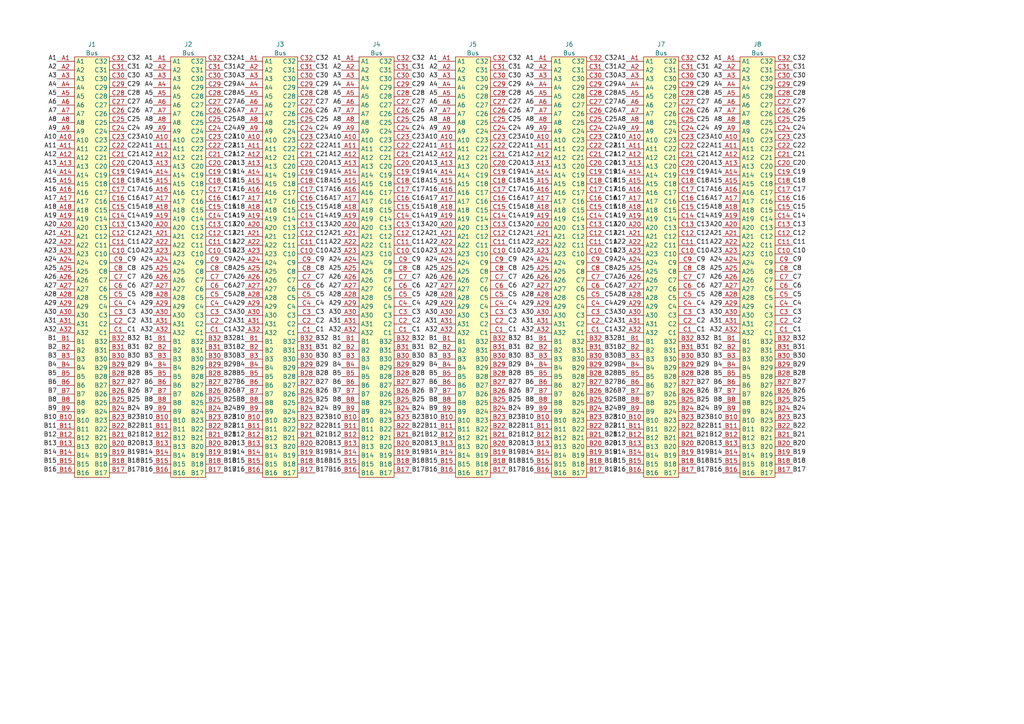
<source format=kicad_sch>
(kicad_sch (version 20211123) (generator eeschema)
  (paper "A4")
  (lib_symbols
    (symbol "74xx:74HC02" (pin_names (offset 1.016))
      (property "Reference" "U" (at 0 1.27 0))
      (property "Value" "74HC02" (at 0 -1.27 0))
      (symbol "74HC02_1_1"
        (pin output inverted (at 7.62 0 180) (length 3.81) (name "~") (number "1"))
        (pin input line (at -7.62 2.54 0) (length 4.318) (name "~") (number "2"))
        (pin input line (at -7.62 -2.54 0) (length 4.318) (name "~") (number "3"))
      )
      (symbol "74HC02_1_2"
        (pin output line (at 7.62 0 180) (length 3.81) (name "~") (number "1"))
        (pin input inverted (at -7.62 2.54 0) (length 3.81) (name "~") (number "2"))
        (pin input inverted (at -7.62 -2.54 0) (length 3.81) (name "~") (number "3"))
      )
      (symbol "74HC02_2_1"
        (pin output inverted (at 7.62 0 180) (length 3.81) (name "~") (number "4"))
        (pin input line (at -7.62 2.54 0) (length 4.318) (name "~") (number "5"))
        (pin input line (at -7.62 -2.54 0) (length 4.318) (name "~") (number "6"))
      )
      (symbol "74HC02_2_2"
        (pin output line (at 7.62 0 180) (length 3.81) (name "~") (number "4"))
        (pin input inverted (at -7.62 2.54 0) (length 3.81) (name "~") (number "5"))
        (pin input inverted (at -7.62 -2.54 0) (length 3.81) (name "~") (number "6"))
      )
      (symbol "74HC02_3_1"
        (pin output inverted (at 7.62 0 180) (length 3.81) (name "~") (number "10"))
        (pin input line (at -7.62 2.54 0) (length 4.318) (name "~") (number "8"))
        (pin input line (at -7.62 -2.54 0) (length 4.318) (name "~") (number "9"))
      )
      (symbol "74HC02_3_2"
        (pin output line (at 7.62 0 180) (length 3.81) (name "~") (number "10"))
        (pin input inverted (at -7.62 2.54 0) (length 3.81) (name "~") (number "8"))
        (pin input inverted (at -7.62 -2.54 0) (length 3.81) (name "~") (number "9"))
      )
      (symbol "74HC02_4_1"
        (pin input line (at -7.62 2.54 0) (length 4.318) (name "~") (number "11"))
        (pin input line (at -7.62 -2.54 0) (length 4.318) (name "~") (number "12"))
        (pin output inverted (at 7.62 0 180) (length 3.81) (name "~") (number "13"))
      )
      (symbol "74HC02_4_2"
        (pin input inverted (at -7.62 2.54 0) (length 3.81) (name "~") (number "11"))
        (pin input inverted (at -7.62 -2.54 0) (length 3.81) (name "~") (number "12"))
        (pin output line (at 7.62 0 180) (length 3.81) (name "~") (number "13"))
      )
      (symbol "74HC02_5_0"
        (pin power_in line (at 0 12.7 270) (length 5.08) (name "VCC") (number "14"))
        (pin power_in line (at 0 -12.7 90) (length 5.08) (name "GND") (number "7"))
      )
    )
    (symbol "74xx:74HC688"
      (property "Reference" "U" (at -7.62 26.67 0))
      (property "Value" "74HC688" (at -7.62 -26.67 0))
      (symbol "74HC688_1_0"
        (pin input inverted (at -12.7 -22.86 0) (length 5.08) (name "G") (number "1"))
        (pin power_in line (at 0 -30.48 90) (length 5.08) (name "GND") (number "10"))
        (pin input line (at -12.7 12.7 0) (length 5.08) (name "P4") (number "11"))
        (pin input line (at -12.7 -10.16 0) (length 5.08) (name "R4") (number "12"))
        (pin input line (at -12.7 10.16 0) (length 5.08) (name "P5") (number "13"))
        (pin input line (at -12.7 -12.7 0) (length 5.08) (name "R5") (number "14"))
        (pin input line (at -12.7 7.62 0) (length 5.08) (name "P6") (number "15"))
        (pin input line (at -12.7 -15.24 0) (length 5.08) (name "R6") (number "16"))
        (pin input line (at -12.7 5.08 0) (length 5.08) (name "P7") (number "17"))
        (pin input line (at -12.7 -17.78 0) (length 5.08) (name "R7") (number "18"))
        (pin output inverted (at 12.7 22.86 180) (length 5.08) (name "P=R") (number "19"))
        (pin input line (at -12.7 22.86 0) (length 5.08) (name "P0") (number "2"))
        (pin power_in line (at 0 30.48 270) (length 5.08) (name "VCC") (number "20"))
        (pin input line (at -12.7 0 0) (length 5.08) (name "R0") (number "3"))
        (pin input line (at -12.7 20.32 0) (length 5.08) (name "P1") (number "4"))
        (pin input line (at -12.7 -2.54 0) (length 5.08) (name "R1") (number "5"))
        (pin input line (at -12.7 17.78 0) (length 5.08) (name "P2") (number "6"))
        (pin input line (at -12.7 -5.08 0) (length 5.08) (name "R2") (number "7"))
        (pin input line (at -12.7 15.24 0) (length 5.08) (name "P3") (number "8"))
        (pin input line (at -12.7 -7.62 0) (length 5.08) (name "R3") (number "9"))
      )
    )
    (symbol "Device:R_Network05_US" (pin_names (offset 0) hide)
      (property "Reference" "RN" (at -7.62 0 90))
      (property "Value" "R_Network05_US" (at 7.62 0 90))
      (symbol "R_Network05_US_1_1"
        (pin passive line (at -5.08 5.08 270) (length 2.54) (name "common") (number "1"))
        (pin passive line (at -5.08 -5.08 90) (length 1.27) (name "R1") (number "2"))
        (pin passive line (at -2.54 -5.08 90) (length 1.27) (name "R2") (number "3"))
        (pin passive line (at 0 -5.08 90) (length 1.27) (name "R3") (number "4"))
        (pin passive line (at 2.54 -5.08 90) (length 1.27) (name "R4") (number "5"))
        (pin passive line (at 5.08 -5.08 90) (length 1.27) (name "R5") (number "6"))
      )
    )
    (symbol "Switch:SW_DIP_x05" (pin_names (offset 0) hide)
      (property "Reference" "SW" (at 0 8.89 0))
      (property "Value" "SW_DIP_x05" (at 0 -8.89 0))
      (symbol "SW_DIP_x05_1_1"
        (pin passive line (at -7.62 5.08 0) (length 5.08) (name "~") (number "1"))
        (pin passive line (at 7.62 5.08 180) (length 5.08) (name "~") (number "10"))
        (pin passive line (at -7.62 2.54 0) (length 5.08) (name "~") (number "2"))
        (pin passive line (at -7.62 0 0) (length 5.08) (name "~") (number "3"))
        (pin passive line (at -7.62 -2.54 0) (length 5.08) (name "~") (number "4"))
        (pin passive line (at -7.62 -5.08 0) (length 5.08) (name "~") (number "5"))
        (pin passive line (at 7.62 -5.08 180) (length 5.08) (name "~") (number "6"))
        (pin passive line (at 7.62 -2.54 180) (length 5.08) (name "~") (number "7"))
        (pin passive line (at 7.62 0 180) (length 5.08) (name "~") (number "8"))
        (pin passive line (at 7.62 2.54 180) (length 5.08) (name "~") (number "9"))
      )
    )
    (symbol "parts:Bus"
      (property "Reference" "J4" (at -2.54 53.179 0))
      (property "Value" "Bus" (at -2.54 50.6421 0))
      (symbol "Bus_1_1"
        (pin passive line (at -12.7 48.26 0) (length 5.08) (name "A1") (number "A1"))
        (pin passive line (at -12.7 25.4 0) (length 5.08) (name "A10") (number "A10"))
        (pin passive line (at -12.7 22.86 0) (length 5.08) (name "A11") (number "A11"))
        (pin passive line (at -12.7 20.32 0) (length 5.08) (name "A12") (number "A12"))
        (pin passive line (at -12.7 17.78 0) (length 5.08) (name "A13") (number "A13"))
        (pin passive line (at -12.7 15.24 0) (length 5.08) (name "A14") (number "A14"))
        (pin passive line (at -12.7 12.7 0) (length 5.08) (name "A15") (number "A15"))
        (pin passive line (at -12.7 10.16 0) (length 5.08) (name "A16") (number "A16"))
        (pin passive line (at -12.7 7.62 0) (length 5.08) (name "A17") (number "A17"))
        (pin passive line (at -12.7 5.08 0) (length 5.08) (name "A18") (number "A18"))
        (pin passive line (at -12.7 2.54 0) (length 5.08) (name "A19") (number "A19"))
        (pin passive line (at -12.7 45.72 0) (length 5.08) (name "A2") (number "A2"))
        (pin passive line (at -12.7 0 0) (length 5.08) (name "A20") (number "A20"))
        (pin passive line (at -12.7 -2.54 0) (length 5.08) (name "A21") (number "A21"))
        (pin passive line (at -12.7 -5.08 0) (length 5.08) (name "A22") (number "A22"))
        (pin passive line (at -12.7 -7.62 0) (length 5.08) (name "A23") (number "A23"))
        (pin passive line (at -12.7 -10.16 0) (length 5.08) (name "A24") (number "A24"))
        (pin passive line (at -12.7 -12.7 0) (length 5.08) (name "A25") (number "A25"))
        (pin passive line (at -12.7 -15.24 0) (length 5.08) (name "A26") (number "A26"))
        (pin passive line (at -12.7 -17.78 0) (length 5.08) (name "A27") (number "A27"))
        (pin passive line (at -12.7 -20.32 0) (length 5.08) (name "A28") (number "A28"))
        (pin passive line (at -12.7 -22.86 0) (length 5.08) (name "A29") (number "A29"))
        (pin passive line (at -12.7 43.18 0) (length 5.08) (name "A3") (number "A3"))
        (pin passive line (at -12.7 -25.4 0) (length 5.08) (name "A30") (number "A30"))
        (pin passive line (at -12.7 -27.94 0) (length 5.08) (name "A31") (number "A31"))
        (pin passive line (at -12.7 -30.48 0) (length 5.08) (name "A32") (number "A32"))
        (pin passive line (at -12.7 40.64 0) (length 5.08) (name "A4") (number "A4"))
        (pin passive line (at -12.7 38.1 0) (length 5.08) (name "A5") (number "A5"))
        (pin passive line (at -12.7 35.56 0) (length 5.08) (name "A6") (number "A6"))
        (pin passive line (at -12.7 33.02 0) (length 5.08) (name "A7") (number "A7"))
        (pin passive line (at -12.7 30.48 0) (length 5.08) (name "A8") (number "A8"))
        (pin passive line (at -12.7 27.94 0) (length 5.08) (name "A9") (number "A9"))
        (pin passive line (at -12.7 -33.02 0) (length 5.08) (name "B1") (number "B1"))
        (pin passive line (at -12.7 -55.88 0) (length 5.08) (name "B10") (number "B10"))
        (pin passive line (at -12.7 -58.42 0) (length 5.08) (name "B11") (number "B11"))
        (pin passive line (at -12.7 -60.96 0) (length 5.08) (name "B12") (number "B12"))
        (pin passive line (at -12.7 -63.5 0) (length 5.08) (name "B13") (number "B13"))
        (pin passive line (at -12.7 -66.04 0) (length 5.08) (name "B14") (number "B14"))
        (pin passive line (at -12.7 -68.58 0) (length 5.08) (name "B15") (number "B15"))
        (pin passive line (at -12.7 -71.12 0) (length 5.08) (name "B16") (number "B16"))
        (pin passive line (at 7.62 -71.12 180) (length 5.08) (name "B17") (number "B17"))
        (pin passive line (at 7.62 -68.58 180) (length 5.08) (name "B18") (number "B18"))
        (pin passive line (at 7.62 -66.04 180) (length 5.08) (name "B19") (number "B19"))
        (pin passive line (at -12.7 -35.56 0) (length 5.08) (name "B2") (number "B2"))
        (pin passive line (at 7.62 -63.5 180) (length 5.08) (name "B20") (number "B20"))
        (pin passive line (at 7.62 -60.96 180) (length 5.08) (name "B21") (number "B21"))
        (pin passive line (at 7.62 -58.42 180) (length 5.08) (name "B22") (number "B22"))
        (pin passive line (at 7.62 -55.88 180) (length 5.08) (name "B23") (number "B23"))
        (pin passive line (at 7.62 -53.34 180) (length 5.08) (name "B24") (number "B24"))
        (pin passive line (at 7.62 -50.8 180) (length 5.08) (name "B25") (number "B25"))
        (pin passive line (at 7.62 -48.26 180) (length 5.08) (name "B26") (number "B26"))
        (pin passive line (at 7.62 -45.72 180) (length 5.08) (name "B27") (number "B27"))
        (pin passive line (at 7.62 -43.18 180) (length 5.08) (name "B28") (number "B28"))
        (pin passive line (at 7.62 -40.64 180) (length 5.08) (name "B29") (number "B29"))
        (pin passive line (at -12.7 -38.1 0) (length 5.08) (name "B3") (number "B3"))
        (pin passive line (at 7.62 -38.1 180) (length 5.08) (name "B30") (number "B30"))
        (pin passive line (at 7.62 -35.56 180) (length 5.08) (name "B31") (number "B31"))
        (pin passive line (at 7.62 -33.02 180) (length 5.08) (name "B32") (number "B32"))
        (pin passive line (at -12.7 -40.64 0) (length 5.08) (name "B4") (number "B4"))
        (pin passive line (at -12.7 -43.18 0) (length 5.08) (name "B5") (number "B5"))
        (pin passive line (at -12.7 -45.72 0) (length 5.08) (name "B6") (number "B6"))
        (pin passive line (at -12.7 -48.26 0) (length 5.08) (name "B7") (number "B7"))
        (pin passive line (at -12.7 -50.8 0) (length 5.08) (name "B8") (number "B8"))
        (pin passive line (at -12.7 -53.34 0) (length 5.08) (name "B9") (number "B9"))
        (pin passive line (at 7.62 -30.48 180) (length 5.08) (name "C1") (number "C1"))
        (pin passive line (at 7.62 -7.62 180) (length 5.08) (name "C10") (number "C10"))
        (pin passive line (at 7.62 -5.08 180) (length 5.08) (name "C11") (number "C11"))
        (pin passive line (at 7.62 -2.54 180) (length 5.08) (name "C12") (number "C12"))
        (pin passive line (at 7.62 0 180) (length 5.08) (name "C13") (number "C13"))
        (pin passive line (at 7.62 2.54 180) (length 5.08) (name "C14") (number "C14"))
        (pin passive line (at 7.62 5.08 180) (length 5.08) (name "C15") (number "C15"))
        (pin passive line (at 7.62 7.62 180) (length 5.08) (name "C16") (number "C16"))
        (pin passive line (at 7.62 10.16 180) (length 5.08) (name "C17") (number "C17"))
        (pin passive line (at 7.62 12.7 180) (length 5.08) (name "C18") (number "C18"))
        (pin passive line (at 7.62 15.24 180) (length 5.08) (name "C19") (number "C19"))
        (pin passive line (at 7.62 -27.94 180) (length 5.08) (name "C2") (number "C2"))
        (pin passive line (at 7.62 17.78 180) (length 5.08) (name "C20") (number "C20"))
        (pin passive line (at 7.62 20.32 180) (length 5.08) (name "C21") (number "C21"))
        (pin passive line (at 7.62 22.86 180) (length 5.08) (name "C22") (number "C22"))
        (pin passive line (at 7.62 25.4 180) (length 5.08) (name "C23") (number "C23"))
        (pin passive line (at 7.62 27.94 180) (length 5.08) (name "C24") (number "C24"))
        (pin passive line (at 7.62 30.48 180) (length 5.08) (name "C25") (number "C25"))
        (pin passive line (at 7.62 33.02 180) (length 5.08) (name "C26") (number "C26"))
        (pin passive line (at 7.62 35.56 180) (length 5.08) (name "C27") (number "C27"))
        (pin passive line (at 7.62 38.1 180) (length 5.08) (name "C28") (number "C28"))
        (pin passive line (at 7.62 40.64 180) (length 5.08) (name "C29") (number "C29"))
        (pin passive line (at 7.62 -25.4 180) (length 5.08) (name "C3") (number "C3"))
        (pin passive line (at 7.62 43.18 180) (length 5.08) (name "C30") (number "C30"))
        (pin passive line (at 7.62 45.72 180) (length 5.08) (name "C31") (number "C31"))
        (pin passive line (at 7.62 48.26 180) (length 5.08) (name "C32") (number "C32"))
        (pin passive line (at 7.62 -22.86 180) (length 5.08) (name "C4") (number "C4"))
        (pin passive line (at 7.62 -20.32 180) (length 5.08) (name "C5") (number "C5"))
        (pin passive line (at 7.62 -17.78 180) (length 5.08) (name "C6") (number "C6"))
        (pin passive line (at 7.62 -15.24 180) (length 5.08) (name "C7") (number "C7"))
        (pin passive line (at 7.62 -12.7 180) (length 5.08) (name "C8") (number "C8"))
        (pin passive line (at 7.62 -10.16 180) (length 5.08) (name "C9") (number "C9"))
      )
    )
    (symbol "power:+5V" (power) (pin_names (offset 0))
      (property "Value" "+5V" (at 0 3.556 0))
      (symbol "+5V_1_1"
        (pin power_in line (at 0 0 90) (length 0) hide (name "+5V") (number "1"))
      )
    )
    (symbol "power:GND" (power) (pin_names (offset 0))
      (property "Value" "GND" (at 0 -3.81 0))
      (symbol "GND_1_1"
        (pin power_in line (at 0 0 270) (length 0) hide (name "GND") (number "1"))
      )
    )
  )
  (junction (at 12.7 316.23))
  (junction (at -29.21 300.99))
  (junction (at -44.45 245.11))
  (junction (at -29.21 308.61))
  (junction (at -29.21 255.27))
  (junction (at 12.7 318.77))
  (junction (at -29.21 313.69))
  (junction (at 12.7 326.39))
  (junction (at -29.21 306.07))
  (junction (at -66.04 237.49))
  (junction (at 20.32 232.41))
  (junction (at -29.21 316.23))
  (junction (at -66.04 245.11))
  (junction (at 12.7 323.85))
  (junction (at -41.91 242.57))
  (junction (at -29.21 229.87))
  (junction (at -46.99 247.65))
  (junction (at -29.21 232.41))
  (junction (at -66.04 240.03))
  (junction (at 12.7 313.69))
  (junction (at 12.7 311.15))
  (junction (at -39.37 240.03))
  (junction (at -29.21 303.53))
  (junction (at -66.04 242.57))
  (junction (at -29.21 252.73))
  (junction (at -29.21 311.15))
  (junction (at -36.83 237.49))
  (junction (at 12.7 321.31))
  (junction (at 46.99 304.8))
  (wire (pts (xy -49.53 247.65) (xy -46.99 247.65)))
  (wire (pts (xy -3.81 229.87) (xy 3.81 229.87)))
  (wire (pts (xy 12.7 318.77) (xy 12.7 321.31)))
  (wire (pts (xy -64.77 240.03) (xy -66.04 240.03)))
  (wire (pts (xy -29.21 308.61) (xy -27.94 308.61)))
  (wire (pts (xy 12.7 316.23) (xy 13.97 316.23)))
  (wire (pts (xy -49.53 240.03) (xy -39.37 240.03)))
  (wire (pts (xy 12.7 321.31) (xy 12.7 323.85)))
  (wire (pts (xy 12.7 316.23) (xy 12.7 318.77)))
  (wire (pts (xy 12.7 323.85) (xy 13.97 323.85)))
  (wire (pts (xy -29.21 252.73) (xy -29.21 255.27)))
  (wire (pts (xy -66.04 234.95) (xy -66.04 237.49)))
  (wire (pts (xy -39.37 240.03) (xy -29.21 240.03)))
  (wire (pts (xy -27.94 303.53) (xy -29.21 303.53)))
  (wire (pts (xy -49.53 245.11) (xy -44.45 245.11)))
  (wire (pts (xy -29.21 306.07) (xy -27.94 306.07)))
  (wire (pts (xy -46.99 224.79) (xy -46.99 247.65)))
  (wire (pts (xy 13.97 313.69) (xy 12.7 313.69)))
  (wire (pts (xy -29.21 311.15) (xy -27.94 311.15)))
  (wire (pts (xy 3.81 234.95) (xy 2.54 234.95)))
  (wire (pts (xy -41.91 242.57) (xy -29.21 242.57)))
  (wire (pts (xy -29.21 232.41) (xy -29.21 234.95)))
  (wire (pts (xy -66.04 237.49) (xy -64.77 237.49)))
  (wire (pts (xy 12.7 313.69) (xy 12.7 311.15)))
  (wire (pts (xy -66.04 245.11) (xy -66.04 247.65)))
  (wire (pts (xy -66.04 242.57) (xy -66.04 245.11)))
  (wire (pts (xy -39.37 224.79) (xy -39.37 240.03)))
  (wire (pts (xy -29.21 300.99) (xy -27.94 300.99)))
  (wire (pts (xy -29.21 316.23) (xy -27.94 316.23)))
  (wire (pts (xy -49.53 242.57) (xy -41.91 242.57)))
  (wire (pts (xy 12.7 323.85) (xy 12.7 326.39)))
  (wire (pts (xy 12.7 318.77) (xy 13.97 318.77)))
  (wire (pts (xy -41.91 224.79) (xy -41.91 242.57)))
  (wire (pts (xy -29.21 313.69) (xy -29.21 316.23)))
  (wire (pts (xy 12.7 326.39) (xy 13.97 326.39)))
  (wire (pts (xy -29.21 303.53) (xy -29.21 306.07)))
  (wire (pts (xy -29.21 313.69) (xy -27.94 313.69)))
  (wire (pts (xy 45.72 304.8) (xy 46.99 304.8)))
  (wire (pts (xy -36.83 237.49) (xy -29.21 237.49)))
  (wire (pts (xy -29.21 308.61) (xy -29.21 311.15)))
  (wire (pts (xy 19.05 232.41) (xy 20.32 232.41)))
  (wire (pts (xy -29.21 306.07) (xy -29.21 308.61)))
  (wire (pts (xy -66.04 240.03) (xy -66.04 237.49)))
  (wire (pts (xy 20.32 229.87) (xy 20.32 232.41)))
  (wire (pts (xy -29.21 316.23) (xy -29.21 318.77)))
  (wire (pts (xy -29.21 229.87) (xy -29.21 232.41)))
  (wire (pts (xy 12.7 313.69) (xy 12.7 316.23)))
  (wire (pts (xy -29.21 303.53) (xy -29.21 300.99)))
  (wire (pts (xy -66.04 240.03) (xy -66.04 242.57)))
  (wire (pts (xy 12.7 321.31) (xy 13.97 321.31)))
  (wire (pts (xy -46.99 247.65) (xy -29.21 247.65)))
  (wire (pts (xy -49.53 237.49) (xy -36.83 237.49)))
  (wire (pts (xy 12.7 328.93) (xy 13.97 328.93)))
  (wire (pts (xy 12.7 311.15) (xy 13.97 311.15)))
  (wire (pts (xy -36.83 224.79) (xy -36.83 237.49)))
  (wire (pts (xy 2.54 234.95) (xy 2.54 300.99)))
  (wire (pts (xy 20.32 232.41) (xy 20.32 234.95)))
  (wire (pts (xy 12.7 326.39) (xy 12.7 328.93)))
  (wire (pts (xy 46.99 304.8) (xy 46.99 307.34)))
  (wire (pts (xy -29.21 311.15) (xy -29.21 313.69)))
  (wire (pts (xy -64.77 245.11) (xy -66.04 245.11)))
  (wire (pts (xy -44.45 224.79) (xy -44.45 245.11)))
  (wire (pts (xy -66.04 242.57) (xy -64.77 242.57)))
  (wire (pts (xy -29.21 318.77) (xy -27.94 318.77)))
  (wire (pts (xy 46.99 302.26) (xy 46.99 304.8)))
  (wire (pts (xy 2.54 300.99) (xy -2.54 300.99)))
  (wire (pts (xy -44.45 245.11) (xy -29.21 245.11)))
  (wire (pts (xy -66.04 247.65) (xy -64.77 247.65)))
  (wire (pts (xy -29.21 255.27) (xy -29.21 257.81)))
  (label "A23" (at 181.61 73.66 180))
  (label "A17" (at 16.51 58.42 180))
  (label "B13" (at 127 129.54 180))
  (label "A10" (at 154.94 40.64 180))
  (label "B28" (at 175.26 109.22 0))
  (label "A27" (at 127 83.82 180))
  (label "B27" (at 147.32 111.76 0))
  (label "A13" (at 181.61 48.26 180))
  (label "A10" (at 99.06 40.64 180))
  (label "B15" (at 71.12 134.62 180))
  (label "B25" (at 229.87 116.84 0))
  (label "a28" (at 13.97 344.17 180))
  (label "A31" (at 99.06 93.98 180))
  (label "A20" (at 16.51 66.04 180))
  (label "B6" (at 209.55 111.76 180))
  (label "B14" (at 209.55 132.08 180))
  (label "A25" (at 99.06 78.74 180))
  (label "C18" (at 64.77 53.34 0))
  (label "C19" (at 147.32 50.8 0))
  (label "B16" (at 44.45 137.16 180))
  (label "A19" (at 127 63.5 180))
  (label "B7" (at 16.51 114.3 180))
  (label "C9" (at 147.32 76.2 0))
  (label "B9" (at 181.61 119.38 180))
  (label "B1" (at 154.94 99.06 180))
  (label "C25" (at 229.87 35.56 0))
  (label "B20" (at 119.38 129.54 0))
  (label "A14" (at 71.12 50.8 180))
  (label "B29" (at 201.93 106.68 0))
  (label "C4" (at 64.77 88.9 0))
  (label "B15" (at 181.61 134.62 180))
  (label "B30" (at 147.32 104.14 0))
  (label "A9" (at 16.51 38.1 180))
  (label "B9" (at 127 119.38 180))
  (label "C1" (at 119.38 96.52 0))
  (label "C20" (at 119.38 48.26 0))
  (label "B14" (at 154.94 132.08 180))
  (label "B19" (at 201.93 132.08 0))
  (label "B17" (at 64.77 137.16 0))
  (label "A25" (at 154.94 78.74 180))
  (label "C11" (at 36.83 71.12 0))
  (label "B12" (at 44.45 127 180))
  (label "A27" (at 181.61 83.82 180))
  (label "A2" (at 209.55 20.32 180))
  (label "B28" (at 147.32 109.22 0))
  (label "A21" (at 154.94 68.58 180))
  (label "B21" (at 175.26 127 0))
  (label "B14" (at 71.12 132.08 180))
  (label "A20" (at 127 66.04 180))
  (label "C1" (at 201.93 96.52 0))
  (label "B32" (at 91.44 99.06 0))
  (label "C1" (at 229.87 96.52 0))
  (label "A29" (at 44.45 88.9 180))
  (label "A15" (at 16.51 53.34 180))
  (label "a20" (at -27.94 334.01 180))
  (label "A29" (at 154.94 88.9 180))
  (label "B25" (at 64.77 116.84 0))
  (label "A15" (at 71.12 53.34 180))
  (label "A17" (at 99.06 58.42 180))
  (label "B10" (at 44.45 121.92 180))
  (label "A19" (at 16.51 63.5 180))
  (label "B11" (at 16.51 124.46 180))
  (label "A29" (at 127 88.9 180))
  (label "A10" (at 16.51 40.64 180))
  (label "C10" (at 229.87 73.66 0))
  (label "a29" (at 13.97 346.71 180))
  (label "a22" (at -27.94 339.09 180))
  (label "C24" (at 147.32 38.1 0))
  (label "B29" (at 147.32 106.68 0))
  (label "C21" (at 201.93 45.72 0))
  (label "B22" (at 229.87 124.46 0))
  (label "C9" (at 119.38 76.2 0))
  (label "A31" (at 181.61 93.98 180))
  (label "C19" (at 36.83 50.8 0))
  (label "B21" (at 201.93 127 0))
  (label "A23" (at 16.51 73.66 180))
  (label "B29" (at 175.26 106.68 0))
  (label "B20" (at 64.77 129.54 0))
  (label "C13" (at 36.83 66.04 0))
  (label "C25" (at 36.83 35.56 0))
  (label "C22" (at 36.83 43.18 0))
  (label "B15" (at 16.51 134.62 180))
  (label "A4" (at 44.45 25.4 180))
  (label "C8" (at 147.32 78.74 0))
  (label "B13" (at 16.51 129.54 180))
  (label "C10" (at 119.38 73.66 0))
  (label "C7" (at 147.32 81.28 0))
  (label "A1" (at 16.51 17.78 180))
  (label "C3" (at 175.26 91.44 0))
  (label "C27" (at 175.26 30.48 0))
  (label "A3" (at 71.12 22.86 180))
  (label "A19" (at 181.61 63.5 180))
  (label "B2" (at 181.61 101.6 180))
  (label "B21" (at 119.38 127 0))
  (label "B24" (at 229.87 119.38 0))
  (label "B21" (at 147.32 127 0))
  (label "B23" (at 64.77 121.92 0))
  (label "A16" (at 99.06 55.88 180))
  (label "A12" (at 16.51 45.72 180))
  (label "B16" (at 99.06 137.16 180))
  (label "B23" (at 119.38 121.92 0))
  (label "C12" (at 119.38 68.58 0))
  (label "A30" (at 99.06 91.44 180))
  (label "A28" (at 127 86.36 180))
  (label "C2" (at 229.87 93.98 0))
  (label "A8" (at 44.45 35.56 180))
  (label "A1" (at 127 17.78 180))
  (label "C8" (at 175.26 78.74 0))
  (label "B30" (at 91.44 104.14 0))
  (label "A27" (at 71.12 83.82 180))
  (label "C15" (at 175.26 60.96 0))
  (label "B27" (at 64.77 111.76 0))
  (label "C14" (at 201.93 63.5 0))
  (label "B9" (at 71.12 119.38 180))
  (label "C7" (at 229.87 81.28 0))
  (label "A16" (at 44.45 55.88 180))
  (label "B7" (at 99.06 114.3 180))
  (label "A11" (at 181.61 43.18 180))
  (label "A20" (at 181.61 66.04 180))
  (label "A6" (at 44.45 30.48 180))
  (label "A2" (at 71.12 20.32 180))
  (label "A1" (at 209.55 17.78 180))
  (label "A19" (at 44.45 63.5 180))
  (label "A13" (at 209.55 48.26 180))
  (label "A5" (at 99.06 27.94 180))
  (label "A21" (at 16.51 68.58 180))
  (label "C15" (at 36.83 60.96 0))
  (label "B27" (at 36.83 111.76 0))
  (label "B14" (at 181.61 132.08 180))
  (label "B1" (at 71.12 99.06 180))
  (label "A15" (at 44.45 53.34 180))
  (label "C10" (at 64.77 73.66 0))
  (label "C3" (at 147.32 91.44 0))
  (label "A14" (at 209.55 50.8 180))
  (label "B18" (at 147.32 134.62 0))
  (label "B2" (at 71.12 101.6 180))
  (label "C22" (at 201.93 43.18 0))
  (label "A6" (at 154.94 30.48 180))
  (label "C31" (at 36.83 20.32 0))
  (label "C29" (at 91.44 25.4 0))
  (label "C21" (at 64.77 45.72 0))
  (label "B9" (at 209.55 119.38 180))
  (label "A11" (at 154.94 43.18 180))
  (label "B18" (at 91.44 134.62 0))
  (label "B20" (at 175.26 129.54 0))
  (label "B29" (at 36.83 106.68 0))
  (label "B4" (at 209.55 106.68 180))
  (label "C19" (at 201.93 50.8 0))
  (label "C27" (at 119.38 30.48 0))
  (label "C15" (at 64.77 60.96 0))
  (label "A32" (at 127 96.52 180))
  (label "C32" (at 36.83 17.78 0))
  (label "C5" (at 229.87 86.36 0))
  (label "B29" (at 229.87 106.68 0))
  (label "C8" (at 91.44 78.74 0))
  (label "C10" (at 175.26 73.66 0))
  (label "A10" (at 127 40.64 180))
  (label "C24" (at 201.93 38.1 0))
  (label "B13" (at 44.45 129.54 180))
  (label "C30" (at 229.87 22.86 0))
  (label "B28" (at 91.44 109.22 0))
  (label "A12" (at 154.94 45.72 180))
  (label "A1" (at 154.94 17.78 180))
  (label "A19" (at 209.55 63.5 180))
  (label "A9" (at 154.94 38.1 180))
  (label "B32" (at 147.32 99.06 0))
  (label "a27" (at 13.97 341.63 180))
  (label "B20" (at 229.87 129.54 0))
  (label "A11" (at 71.12 43.18 180))
  (label "B1" (at 99.06 99.06 180))
  (label "C2" (at 91.44 93.98 0))
  (label "B11" (at 154.94 124.46 180))
  (label "B10" (at 154.94 121.92 180))
  (label "A6" (at 181.61 30.48 180))
  (label "C3" (at 91.44 91.44 0))
  (label "C17" (at 147.32 55.88 0))
  (label "C7" (at 64.77 81.28 0))
  (label "A13" (at 127 48.26 180))
  (label "A24" (at 71.12 76.2 180))
  (label "B17" (at 147.32 137.16 0))
  (label "B8" (at 44.45 116.84 180))
  (label "A30" (at 16.51 91.44 180))
  (label "B31" (at 147.32 101.6 0))
  (label "B12" (at 154.94 127 180))
  (label "C30" (at 91.44 22.86 0))
  (label "B10" (at 16.51 121.92 180))
  (label "A29" (at 181.61 88.9 180))
  (label "B26" (at 119.38 114.3 0))
  (label "B23" (at 229.87 121.92 0))
  (label "C28" (at 229.87 27.94 0))
  (label "B3" (at 181.61 104.14 180))
  (label "C15" (at 201.93 60.96 0))
  (label "B19" (at 175.26 132.08 0))
  (label "A14" (at 99.06 50.8 180))
  (label "B11" (at 209.55 124.46 180))
  (label "C32" (at 175.26 17.78 0))
  (label "B6" (at 181.61 111.76 180))
  (label "A22" (at 154.94 71.12 180))
  (label "C18" (at 91.44 53.34 0))
  (label "A7" (at 71.12 33.02 180))
  (label "A8" (at 209.55 35.56 180))
  (label "B14" (at 99.06 132.08 180))
  (label "C13" (at 229.87 66.04 0))
  (label "A7" (at 16.51 33.02 180))
  (label "C11" (at 119.38 71.12 0))
  (label "C10" (at 201.93 73.66 0))
  (label "A16" (at 16.51 55.88 180))
  (label "A27" (at 154.94 83.82 180))
  (label "C14" (at 229.87 63.5 0))
  (label "B24" (at 64.77 119.38 0))
  (label "C27" (at 36.83 30.48 0))
  (label "B5" (at 154.94 109.22 180))
  (label "A25" (at 16.51 78.74 180))
  (label "C15" (at 119.38 60.96 0))
  (label "B16" (at 71.12 137.16 180))
  (label "C30" (at 201.93 22.86 0))
  (label "C6" (at 175.26 83.82 0))
  (label "C19" (at 229.87 50.8 0))
  (label "B24" (at 36.83 119.38 0))
  (label "C2" (at 36.83 93.98 0))
  (label "A20" (at 209.55 66.04 180))
  (label "C16" (at 36.83 58.42 0))
  (label "C30" (at 175.26 22.86 0))
  (label "B18" (at 201.93 134.62 0))
  (label "B6" (at 154.94 111.76 180))
  (label "A9" (at 44.45 38.1 180))
  (label "C4" (at 201.93 88.9 0))
  (label "C20" (at 201.93 48.26 0))
  (label "A3" (at 154.94 22.86 180))
  (label "C20" (at 36.83 48.26 0))
  (label "A2" (at 99.06 20.32 180))
  (label "B8" (at 154.94 116.84 180))
  (label "A32" (at 44.45 96.52 180))
  (label "C2" (at 119.38 93.98 0))
  (label "B26" (at 91.44 114.3 0))
  (label "C10" (at 147.32 73.66 0))
  (label "A31" (at 154.94 93.98 180))
  (label "A25" (at 71.12 78.74 180))
  (label "A31" (at 71.12 93.98 180))
  (label "C17" (at 229.87 55.88 0))
  (label "A7" (at 209.55 33.02 180))
  (label "C13" (at 201.93 66.04 0))
  (label "C8" (at 119.38 78.74 0))
  (label "A18" (at 181.61 60.96 180))
  (label "C29" (at 64.77 25.4 0))
  (label "B13" (at 209.55 129.54 180))
  (label "A30" (at 127 91.44 180))
  (label "a23" (at -27.94 341.63 180))
  (label "C27" (at 64.77 30.48 0))
  (label "C29" (at 175.26 25.4 0))
  (label "C32" (at 119.38 17.78 0))
  (label "A29" (at 16.51 88.9 180))
  (label "A4" (at 71.12 25.4 180))
  (label "C16" (at 229.87 58.42 0))
  (label "C19" (at 64.77 50.8 0))
  (label "a16" (at -27.94 323.85 180))
  (label "B17" (at 229.87 137.16 0))
  (label "C18" (at 119.38 53.34 0))
  (label "C23" (at 91.44 40.64 0))
  (label "B9" (at 44.45 119.38 180))
  (label "C12" (at 36.83 68.58 0))
  (label "C2" (at 147.32 93.98 0))
  (label "C17" (at 36.83 55.88 0))
  (label "C17" (at 64.77 55.88 0))
  (label "A17" (at 154.94 58.42 180))
  (label "C1" (at 147.32 96.52 0))
  (label "C13" (at 175.26 66.04 0))
  (label "B21" (at 91.44 127 0))
  (label "B10" (at 71.12 121.92 180))
  (label "C23" (at 201.93 40.64 0))
  (label "C19" (at 91.44 50.8 0))
  (label "B5" (at 16.51 109.22 180))
  (label "B12" (at 16.51 127 180))
  (label "B19" (at 147.32 132.08 0))
  (label "B23" (at 36.83 121.92 0))
  (label "B19" (at 64.77 132.08 0))
  (label "C23" (at 147.32 40.64 0))
  (label "B32" (at 229.87 99.06 0))
  (label "B4" (at 127 106.68 180))
  (label "C20" (at 147.32 48.26 0))
  (label "C32" (at 91.44 17.78 0))
  (label "A31" (at 16.51 93.98 180))
  (label "B24" (at 147.32 119.38 0))
  (label "A12" (at 181.61 45.72 180))
  (label "B25" (at 175.26 116.84 0))
  (label "B19" (at 91.44 132.08 0))
  (label "B21" (at 64.77 127 0))
  (label "C3" (at 119.38 91.44 0))
  (label "A25" (at 181.61 78.74 180))
  (label "A9" (at 209.55 38.1 180))
  (label "B22" (at 201.93 124.46 0))
  (label "C13" (at 91.44 66.04 0))
  (label "C5" (at 147.32 86.36 0))
  (label "B14" (at 44.45 132.08 180))
  (label "A13" (at 44.45 48.26 180))
  (label "B26" (at 64.77 114.3 0))
  (label "C16" (at 175.26 58.42 0))
  (label "A31" (at 127 93.98 180))
  (label "A8" (at 99.06 35.56 180))
  (label "a24" (at 13.97 334.01 180))
  (label "C20" (at 64.77 48.26 0))
  (label "C23" (at 229.87 40.64 0))
  (label "B10" (at 127 121.92 180))
  (label "C8" (at 201.93 78.74 0))
  (label "C25" (at 201.93 35.56 0))
  (label "A6" (at 16.51 30.48 180))
  (label "C24" (at 64.77 38.1 0))
  (label "A24" (at 209.55 76.2 180))
  (label "C6" (at 229.87 83.82 0))
  (label "B20" (at 36.83 129.54 0))
  (label "B16" (at 209.55 137.16 180))
  (label "B8" (at 181.61 116.84 180))
  (label "A3" (at 181.61 22.86 180))
  (label "C5" (at 36.83 86.36 0))
  (label "A10" (at 44.45 40.64 180))
  (label "C18" (at 201.93 53.34 0))
  (label "C5" (at 64.77 86.36 0))
  (label "A27" (at 16.51 83.82 180))
  (label "B18" (at 36.83 134.62 0))
  (label "C30" (at 147.32 22.86 0))
  (label "B11" (at 44.45 124.46 180))
  (label "B9" (at 99.06 119.38 180))
  (label "A15" (at 99.06 53.34 180))
  (label "B27" (at 119.38 111.76 0))
  (label "A17" (at 44.45 58.42 180))
  (label "A6" (at 209.55 30.48 180))
  (label "B24" (at 119.38 119.38 0))
  (label "A32" (at 181.61 96.52 180))
  (label "A30" (at 154.94 91.44 180))
  (label "B7" (at 71.12 114.3 180))
  (label "B5" (at 181.61 109.22 180))
  (label "B12" (at 71.12 127 180))
  (label "C17" (at 175.26 55.88 0))
  (label "A23" (at 71.12 73.66 180))
  (label "C4" (at 91.44 88.9 0))
  (label "B24" (at 91.44 119.38 0))
  (label "B22" (at 119.38 124.46 0))
  (label "B4" (at 71.12 106.68 180))
  (label "C1" (at 91.44 96.52 0))
  (label "C18" (at 229.87 53.34 0))
  (label "B17" (at 119.38 137.16 0))
  (label "A9" (at 127 38.1 180))
  (label "A24" (at 99.06 76.2 180))
  (label "A26" (at 154.94 81.28 180))
  (label "B24" (at 175.26 119.38 0))
  (label "B7" (at 154.94 114.3 180))
  (label "A30" (at 209.55 91.44 180))
  (label "A30" (at 71.12 91.44 180))
  (label "a13" (at -29.21 265.43 180))
  (label "B12" (at 99.06 127 180))
  (label "B31" (at 91.44 101.6 0))
  (label "B27" (at 175.26 111.76 0))
  (label "B3" (at 99.06 104.14 180))
  (label "B32" (at 175.26 99.06 0))
  (label "C26" (at 91.44 33.02 0))
  (label "A12" (at 44.45 45.72 180))
  (label "A4" (at 181.61 25.4 180))
  (label "B4" (at 99.06 106.68 180))
  (label "A32" (at 16.51 96.52 180))
  (label "C3" (at 229.87 91.44 0))
  (label "C14" (at 91.44 63.5 0))
  (label "B16" (at 127 137.16 180))
  (label "C7" (at 201.93 81.28 0))
  (label "A6" (at 99.06 30.48 180))
  (label "B18" (at 119.38 134.62 0))
  (label "C3" (at 201.93 91.44 0))
  (label "B30" (at 119.38 104.14 0))
  (label "C10" (at 36.83 73.66 0))
  (label "A23" (at 154.94 73.66 180))
  (label "C28" (at 201.93 27.94 0))
  (label "C18" (at 175.26 53.34 0))
  (label "B12" (at 209.55 127 180))
  (label "B20" (at 91.44 129.54 0))
  (label "B8" (at 127 116.84 180))
  (label "A30" (at 181.61 91.44 180))
  (label "C19" (at 119.38 50.8 0))
  (label "B6" (at 71.12 111.76 180))
  (label "A23" (at 209.55 73.66 180))
  (label "C21" (at 91.44 45.72 0))
  (label "A31" (at 209.55 93.98 180))
  (label "B8" (at 99.06 116.84 180))
  (label "A11" (at 16.51 43.18 180))
  (label "C7" (at 175.26 81.28 0))
  (label "A21" (at 44.45 68.58 180))
  (label "B2" (at 99.06 101.6 180))
  (label "C2" (at 201.93 93.98 0))
  (label "A21" (at 181.61 68.58 180))
  (label "C26" (at 175.26 33.02 0))
  (label "C6" (at 201.93 83.82 0))
  (label "A22" (at 44.45 71.12 180))
  (label "C24" (at 119.38 38.1 0))
  (label "C13" (at 147.32 66.04 0))
  (label "C26" (at 147.32 33.02 0))
  (label "B5" (at 44.45 109.22 180))
  (label "C25" (at 175.26 35.56 0))
  (label "C31" (at 91.44 20.32 0))
  (label "C6" (at 36.83 83.82 0))
  (label "B17" (at 91.44 137.16 0))
  (label "B18" (at 64.77 134.62 0))
  (label "C21" (at 229.87 45.72 0))
  (label "C18" (at 36.83 53.34 0))
  (label "A1" (at 44.45 17.78 180))
  (label "B16" (at 181.61 137.16 180))
  (label "A27" (at 99.06 83.82 180))
  (label "A23" (at 44.45 73.66 180))
  (label "B1" (at 181.61 99.06 180))
  (label "C12" (at 201.93 68.58 0))
  (label "C15" (at 147.32 60.96 0))
  (label "C21" (at 147.32 45.72 0))
  (label "A28" (at 44.45 86.36 180))
  (label "A18" (at 99.06 60.96 180))
  (label "A22" (at 209.55 71.12 180))
  (label "A29" (at 99.06 88.9 180))
  (label "C16" (at 147.32 58.42 0))
  (label "a17" (at -27.94 326.39 180))
  (label "B17" (at 175.26 137.16 0))
  (label "A16" (at 127 55.88 180))
  (label "B1" (at 16.51 99.06 180))
  (label "B10" (at 99.06 121.92 180))
  (label "B12" (at 127 127 180))
  (label "B9" (at 154.94 119.38 180))
  (label "C1" (at 175.26 96.52 0))
  (label "A32" (at 99.06 96.52 180))
  (label "B1" (at 127 99.06 180))
  (label "A13" (at 154.94 48.26 180))
  (label "C26" (at 201.93 33.02 0))
  (label "B11" (at 181.61 124.46 180))
  (label "B16" (at 154.94 137.16 180))
  (label "A15" (at 127 53.34 180))
  (label "C15" (at 229.87 60.96 0))
  (label "A25" (at 44.45 78.74 180))
  (label "B8" (at 16.51 116.84 180))
  (label "C14" (at 64.77 63.5 0))
  (label "a15" (at -29.21 270.51 180))
  (label "C32" (at 201.93 17.78 0))
  (label "B27" (at 229.87 111.76 0))
  (label "C5" (at 91.44 86.36 0))
  (label "A19" (at 99.06 63.5 180))
  (label "A18" (at 44.45 60.96 180))
  (label "B23" (at 175.26 121.92 0))
  (label "C12" (at 91.44 68.58 0))
  (label "A21" (at 71.12 68.58 180))
  (label "C29" (at 119.38 25.4 0))
  (label "C4" (at 36.83 88.9 0))
  (label "C29" (at 147.32 25.4 0))
  (label "A28" (at 181.61 86.36 180))
  (label "A31" (at 44.45 93.98 180))
  (label "C13" (at 119.38 66.04 0))
  (label "A5" (at 181.61 27.94 180))
  (label "B27" (at 91.44 111.76 0))
  (label "C22" (at 147.32 43.18 0))
  (label "A11" (at 44.45 43.18 180))
  (label "C7" (at 36.83 81.28 0))
  (label "C28" (at 175.26 27.94 0))
  (label "C28" (at 119.38 27.94 0))
  (label "B15" (at 44.45 134.62 180))
  (label "C26" (at 119.38 33.02 0))
  (label "A2" (at 127 20.32 180))
  (label "A12" (at 127 45.72 180))
  (label "B32" (at 201.93 99.06 0))
  (label "C26" (at 64.77 33.02 0))
  (label "A12" (at 99.06 45.72 180))
  (label "C29" (at 36.83 25.4 0))
  (label "A20" (at 71.12 66.04 180))
  (label "B18" (at 175.26 134.62 0))
  (label "B6" (at 127 111.76 180))
  (label "C24" (at 36.83 38.1 0))
  (label "B22" (at 64.77 124.46 0))
  (label "B20" (at 147.32 129.54 0))
  (label "C28" (at 91.44 27.94 0))
  (label "C29" (at 229.87 25.4 0))
  (label "B28" (at 119.38 109.22 0))
  (label "A25" (at 209.55 78.74 180))
  (label "C23" (at 175.26 40.64 0))
  (label "A5" (at 154.94 27.94 180))
  (label "C27" (at 201.93 30.48 0))
  (label "A11" (at 99.06 43.18 180))
  (label "B9" (at 16.51 119.38 180))
  (label "C20" (at 175.26 48.26 0))
  (label "C22" (at 91.44 43.18 0))
  (label "C4" (at 147.32 88.9 0))
  (label "A32" (at 209.55 96.52 180))
  (label "C11" (at 201.93 71.12 0))
  (label "C10" (at 91.44 73.66 0))
  (label "B8" (at 209.55 116.84 180))
  (label "B26" (at 175.26 114.3 0))
  (label "A13" (at 71.12 48.26 180))
  (label "C11" (at 64.77 71.12 0))
  (label "C16" (at 201.93 58.42 0))
  (label "A19" (at 154.94 63.5 180))
  (label "C25" (at 147.32 35.56 0))
  (label "B3" (at 209.55 104.14 180))
  (label "A14" (at 44.45 50.8 180))
  (label "A4" (at 16.51 25.4 180))
  (label "C30" (at 64.77 22.86 0))
  (label "B31" (at 201.93 101.6 0))
  (label "C6" (at 119.38 83.82 0))
  (label "A8" (at 127 35.56 180))
  (label "B21" (at 36.83 127 0))
  (label "B20" (at 201.93 129.54 0))
  (label "C11" (at 229.87 71.12 0))
  (label "C8" (at 229.87 78.74 0))
  (label "C22" (at 175.26 43.18 0))
  (label "C24" (at 229.87 38.1 0))
  (label "C31" (at 64.77 20.32 0))
  (label "C5" (at 119.38 86.36 0))
  (label "B15" (at 99.06 134.62 180))
  (label "B16" (at 16.51 137.16 180))
  (label "C30" (at 36.83 22.86 0))
  (label "C2" (at 64.77 93.98 0))
  (label "C32" (at 229.87 17.78 0))
  (label "B18" (at 229.87 134.62 0))
  (label "B25" (at 147.32 116.84 0))
  (label "B15" (at 154.94 134.62 180))
  (label "C8" (at 36.83 78.74 0))
  (label "C17" (at 119.38 55.88 0))
  (label "A3" (at 44.45 22.86 180))
  (label "C9" (at 201.93 76.2 0))
  (label "C5" (at 175.26 86.36 0))
  (label "A18" (at 71.12 60.96 180))
  (label "C15" (at 91.44 60.96 0))
  (label "B22" (at 36.83 124.46 0))
  (label "B31" (at 119.38 101.6 0))
  (label "A7" (at 44.45 33.02 180))
  (label "B10" (at 181.61 121.92 180))
  (label "C23" (at 36.83 40.64 0))
  (label "C6" (at 91.44 83.82 0))
  (label "A26" (at 181.61 81.28 180))
  (label "C21" (at 175.26 45.72 0))
  (label "B22" (at 147.32 124.46 0))
  (label "C31" (at 119.38 20.32 0))
  (label "A24" (at 181.61 76.2 180))
  (label "C12" (at 175.26 68.58 0))
  (label "B5" (at 209.55 109.22 180))
  (label "A13" (at 99.06 48.26 180))
  (label "B3" (at 44.45 104.14 180))
  (label "C14" (at 119.38 63.5 0))
  (label "B15" (at 209.55 134.62 180))
  (label "C24" (at 91.44 38.1 0))
  (label "B11" (at 71.12 124.46 180))
  (label "C30" (at 119.38 22.86 0))
  (label "B2" (at 209.55 101.6 180))
  (label "A26" (at 209.55 81.28 180))
  (label "C26" (at 229.87 33.02 0))
  (label "A2" (at 154.94 20.32 180))
  (label "C14" (at 175.26 63.5 0))
  (label "C16" (at 64.77 58.42 0))
  (label "C27" (at 147.32 30.48 0))
  (label "C22" (at 64.77 43.18 0))
  (label "B19" (at 36.83 132.08 0))
  (label "A1" (at 71.12 17.78 180))
  (label "B26" (at 229.87 114.3 0))
  (label "B3" (at 127 104.14 180))
  (label "a12" (at -29.21 262.89 180))
  (label "B26" (at 201.93 114.3 0))
  (label "B27" (at 201.93 111.76 0))
  (label "a19" (at -27.94 331.47 180))
  (label "A17" (at 71.12 58.42 180))
  (label "a31" (at 13.97 351.79 180))
  (label "B17" (at 201.93 137.16 0))
  (label "A3" (at 209.55 22.86 180))
  (label "A19" (at 71.12 63.5 180))
  (label "A5" (at 127 27.94 180))
  (label "A3" (at 127 22.86 180))
  (label "A16" (at 209.55 55.88 180))
  (label "B31" (at 36.83 101.6 0))
  (label "A1" (at 181.61 17.78 180))
  (label "A16" (at 154.94 55.88 180))
  (label "B25" (at 201.93 116.84 0))
  (label "B4" (at 154.94 106.68 180))
  (label "B2" (at 127 101.6 180))
  (label "A26" (at 99.06 81.28 180))
  (label "B28" (at 229.87 109.22 0))
  (label "A7" (at 181.61 33.02 180))
  (label "B15" (at 127 134.62 180))
  (label "a26" (at 13.97 339.09 180))
  (label "A9" (at 71.12 38.1 180))
  (label "B28" (at 201.93 109.22 0))
  (label "C25" (at 119.38 35.56 0))
  (label "A6" (at 71.12 30.48 180))
  (label "A10" (at 209.55 40.64 180))
  (label "A25" (at 127 78.74 180))
  (label "A22" (at 99.06 71.12 180))
  (label "C12" (at 64.77 68.58 0))
  (label "A21" (at 127 68.58 180))
  (label "B5" (at 127 109.22 180))
  (label "C7" (at 91.44 81.28 0))
  (label "A24" (at 44.45 76.2 180))
  (label "A29" (at 209.55 88.9 180))
  (label "A28" (at 16.51 86.36 180))
  (label "B24" (at 201.93 119.38 0))
  (label "C28" (at 36.83 27.94 0))
  (label "A4" (at 209.55 25.4 180))
  (label "A32" (at 71.12 96.52 180))
  (label "A5" (at 71.12 27.94 180))
  (label "C1" (at 36.83 96.52 0))
  (label "C9" (at 64.77 76.2 0))
  (label "C7" (at 119.38 81.28 0))
  (label "A20" (at 154.94 66.04 180))
  (label "C9" (at 229.87 76.2 0))
  (label "B28" (at 64.77 109.22 0))
  (label "C20" (at 229.87 48.26 0))
  (label "A10" (at 181.61 40.64 180))
  (label "C21" (at 119.38 45.72 0))
  (label "B3" (at 16.51 104.14 180))
  (label "B4" (at 181.61 106.68 180))
  (label "B28" (at 36.83 109.22 0))
  (label "C9" (at 175.26 76.2 0))
  (label "B4" (at 16.51 106.68 180))
  (label "C23" (at 119.38 40.64 0))
  (label "B5" (at 71.12 109.22 180))
  (label "B29" (at 91.44 106.68 0))
  (label "A2" (at 44.45 20.32 180))
  (label "A5" (at 16.51 27.94 180))
  (label "B17" (at 36.83 137.16 0))
  (label "A26" (at 71.12 81.28 180))
  (label "B14" (at 16.51 132.08 180))
  (label "A5" (at 209.55 27.94 180))
  (label "C31" (at 201.93 20.32 0))
  (label "C12" (at 147.32 68.58 0))
  (label "A14" (at 16.51 50.8 180))
  (label "B2" (at 44.45 101.6 180))
  (label "C16" (at 91.44 58.42 0))
  (label "A7" (at 154.94 33.02 180))
  (label "A24" (at 127 76.2 180))
  (label "C11" (at 91.44 71.12 0))
  (label "B1" (at 44.45 99.06 180))
  (label "B26" (at 36.83 114.3 0))
  (label "A28" (at 209.55 86.36 180))
  (label "A23" (at 99.06 73.66 180))
  (label "B32" (at 36.83 99.06 0))
  (label "A8" (at 71.12 35.56 180))
  (label "C13" (at 64.77 66.04 0))
  (label "B22" (at 175.26 124.46 0))
  (label "A21" (at 99.06 68.58 180))
  (label "C3" (at 64.77 91.44 0))
  (label "A15" (at 181.61 53.34 180))
  (label "C31" (at 175.26 20.32 0))
  (label "B19" (at 229.87 132.08 0))
  (label "A2" (at 181.61 20.32 180))
  (label "A22" (at 16.51 71.12 180))
  (label "B13" (at 71.12 129.54 180))
  (label "B2" (at 16.51 101.6 180))
  (label "B26" (at 147.32 114.3 0))
  (label "B32" (at 64.77 99.06 0))
  (label "A1" (at 99.06 17.78 180))
  (label "B10" (at 209.55 121.92 180))
  (label "B11" (at 99.06 124.46 180))
  (label "C31" (at 229.87 20.32 0))
  (label "C27" (at 91.44 30.48 0))
  (label "A12" (at 209.55 45.72 180))
  (label "A27" (at 209.55 83.82 180))
  (label "A4" (at 154.94 25.4 180))
  (label "A7" (at 127 33.02 180))
  (label "C20" (at 91.44 48.26 0))
  (label "B23" (at 91.44 121.92 0))
  (label "A16" (at 181.61 55.88 180))
  (label "A12" (at 71.12 45.72 180))
  (label "B31" (at 229.87 101.6 0))
  (label "C9" (at 91.44 76.2 0))
  (label "B30" (at 36.83 104.14 0))
  (label "C18" (at 147.32 53.34 0))
  (label "B3" (at 154.94 104.14 180))
  (label "B7" (at 127 114.3 180))
  (label "B29" (at 119.38 106.68 0))
  (label "B7" (at 181.61 114.3 180))
  (label "A8" (at 181.61 35.56 180))
  (label "B6" (at 99.06 111.76 180))
  (label "A3" (at 16.51 22.86 180))
  (label "B8" (at 71.12 116.84 180))
  (label "a18" (at -27.94 328.93 180))
  (label "B13" (at 99.06 129.54 180))
  (label "C9" (at 36.83 76.2 0))
  (label "B2" (at 154.94 101.6 180))
  (label "A16" (at 71.12 55.88 180))
  (label "B7" (at 44.45 114.3 180))
  (label "A9" (at 99.06 38.1 180))
  (label "B13" (at 154.94 129.54 180))
  (label "C6" (at 147.32 83.82 0))
  (label "A23" (at 127 73.66 180))
  (label "B5" (at 99.06 109.22 180))
  (label "B6" (at 44.45 111.76 180))
  (label "A28" (at 99.06 86.36 180))
  (label "A17" (at 127 58.42 180))
  (label "C5" (at 201.93 86.36 0))
  (label "B31" (at 175.26 101.6 0))
  (label "A29" (at 71.12 88.9 180))
  (label "B25" (at 91.44 116.84 0))
  (label "A22" (at 71.12 71.12 180))
  (label "C28" (at 147.32 27.94 0))
  (label "C32" (at 147.32 17.78 0))
  (label "C17" (at 91.44 55.88 0))
  (label "A26" (at 16.51 81.28 180))
  (label "C19" (at 175.26 50.8 0))
  (label "B22" (at 91.44 124.46 0))
  (label "C1" (at 64.77 96.52 0))
  (label "A15" (at 209.55 53.34 180))
  (label "A32" (at 154.94 96.52 180))
  (label "A24" (at 154.94 76.2 180))
  (label "A2" (at 16.51 20.32 180))
  (label "a25" (at 13.97 336.55 180))
  (label "A11" (at 209.55 43.18 180))
  (label "B19" (at 119.38 132.08 0))
  (label "B3" (at 71.12 104.14 180))
  (label "A15" (at 154.94 53.34 180))
  (label "a21" (at -27.94 336.55 180))
  (label "C2" (at 175.26 93.98 0))
  (label "C12" (at 229.87 68.58 0))
  (label "B11" (at 127 124.46 180))
  (label "A18" (at 127 60.96 180))
  (label "A26" (at 44.45 81.28 180))
  (label "a30" (at 13.97 349.25 180))
  (label "A8" (at 154.94 35.56 180))
  (label "B30" (at 175.26 104.14 0))
  (label "B23" (at 147.32 121.92 0))
  (label "A3" (at 99.06 22.86 180))
  (label "C26" (at 36.83 33.02 0))
  (label "A28" (at 71.12 86.36 180))
  (label "C21" (at 36.83 45.72 0))
  (label "B30" (at 229.87 104.14 0))
  (label "C27" (at 229.87 30.48 0))
  (label "C25" (at 64.77 35.56 0))
  (label "A8" (at 16.51 35.56 180))
  (label "A14" (at 181.61 50.8 180))
  (label "a14" (at -29.21 267.97 180))
  (label "A22" (at 181.61 71.12 180))
  (label "A6" (at 127 30.48 180))
  (label "A20" (at 44.45 66.04 180))
  (label "C32" (at 64.77 17.78 0))
  (label "C29" (at 201.93 25.4 0))
  (label "C3" (at 36.83 91.44 0))
  (label "B7" (at 209.55 114.3 180))
  (label "B30" (at 64.77 104.14 0))
  (label "B32" (at 119.38 99.06 0))
  (label "A14" (at 154.94 50.8 180))
  (label "A10" (at 71.12 40.64 180))
  (label "B6" (at 16.51 111.76 180))
  (label "A9" (at 181.61 38.1 180))
  (label "A28" (at 154.94 86.36 180))
  (label "B29" (at 64.77 106.68 0))
  (label "C23" (at 64.77 40.64 0))
  (label "C24" (at 175.26 38.1 0))
  (label "C17" (at 201.93 55.88 0))
  (label "A20" (at 99.06 66.04 180))
  (label "A27" (at 44.45 83.82 180))
  (label "a11" (at -29.21 260.35 180))
  (label "C4" (at 229.87 88.9 0))
  (label "A11" (at 127 43.18 180))
  (label "B4" (at 44.45 106.68 180))
  (label "A7" (at 99.06 33.02 180))
  (label "B31" (at 64.77 101.6 0))
  (label "C14" (at 36.83 63.5 0))
  (label "A21" (at 209.55 68.58 180))
  (label "B14" (at 127 132.08 180))
  (label "A4" (at 127 25.4 180))
  (label "A17" (at 209.55 58.42 180))
  (label "A26" (at 127 81.28 180))
  (label "B30" (at 201.93 104.14 0))
  (label "C11" (at 175.26 71.12 0))
  (label "A18" (at 154.94 60.96 180))
  (label "A4" (at 99.06 25.4 180))
  (label "C28" (at 64.77 27.94 0))
  (label "A13" (at 16.51 48.26 180))
  (label "B21" (at 229.87 127 0))
  (label "C8" (at 64.77 78.74 0))
  (label "C22" (at 229.87 43.18 0))
  (label "C22" (at 119.38 43.18 0))
  (label "C4" (at 119.38 88.9 0))
  (label "A17" (at 181.61 58.42 180))
  (label "B25" (at 36.83 116.84 0))
  (label "A18" (at 16.51 60.96 180))
  (label "B13" (at 181.61 129.54 180))
  (label "B12" (at 181.61 127 180))
  (label "B23" (at 201.93 121.92 0))
  (label "C14" (at 147.32 63.5 0))
  (label "C11" (at 147.32 71.12 0))
  (label "A5" (at 44.45 27.94 180))
  (label "A24" (at 16.51 76.2 180))
  (label "C16" (at 119.38 58.42 0))
  (label "A18" (at 209.55 60.96 180))
  (label "A22" (at 127 71.12 180))
  (label "C25" (at 91.44 35.56 0))
  (label "B25" (at 119.38 116.84 0))
  (label "B1" (at 209.55 99.06 180))
  (label "C4" (at 175.26 88.9 0))
  (label "C31" (at 147.32 20.32 0))
  (label "C6" (at 64.77 83.82 0))
  (label "A14" (at 127 50.8 180))
  (label "A30" (at 44.45 91.44 180))
  (symbol (lib_id "power:+5V") (at 12.7 311.15 0) (unit 1)
    (property "Reference" "#PWR0110" (effects hide))
    (property "Value" "+5V" (at 12.7 307.5742 0))
  )
  (symbol (lib_id "power:+5V") (at 72.39 299.72 0) (unit 1)
    (property "Reference" "#PWR0113" (effects hide))
    (property "Value" "+5V" (at 72.39 296.1442 0))
  )
  (symbol (lib_id "power:GND") (at -29.21 252.73 270) (unit 1)
    (property "Reference" "#PWR0104" (effects hide))
    (property "Value" "GND" (at -32.3849 253.1638 90) (effects (justify right)))
  )
  (symbol (lib_id "power:GND") (at 26.67 364.49 0) (unit 1)
    (property "Reference" "#PWR0109" (effects hide))
    (property "Value" "GND" (at 26.67 368.9334 0))
  )
  (symbol (lib_id "parts:Bus") (at 57.15 66.04 0) (unit 1)
    (property "Reference" "J2" (at 54.61 12.861 0))
    (property "Value" "Bus" (at 54.61 15.3979 0))
    (property "Footprint" "535043-4:TE_535043-4" (effects hide))
  )
  (symbol (lib_id "74xx:74HC688") (at 26.67 334.01 0) (unit 1)
    (property "Reference" "U4" (at 39.4554 307.6916 0))
    (property "Value" "74HC688" (at 39.4554 310.2285 0))
    (property "Footprint" "Package_SO:SOIC-20W_7.5x12.8mm_P1.27mm" (effects hide))
    (property "Datasheet" "https://www.ti.com/lit/ds/symlink/cd54hc688.pdf" (effects hide))
  )
  (symbol (lib_id "power:GND") (at -29.21 229.87 270) (unit 1)
    (property "Reference" "#PWR0105" (effects hide))
    (property "Value" "GND" (at -32.3849 230.3038 90) (effects (justify right)))
  )
  (symbol (lib_id "parts:Bus") (at 29.21 66.04 0) (unit 1)
    (property "Reference" "J1" (at 26.67 12.861 0))
    (property "Value" "Bus" (at 26.67 15.3979 0))
    (property "Footprint" "535043-4:TE_535043-4" (effects hide))
  )
  (symbol (lib_id "parts:Bus") (at 111.76 66.04 0) (unit 1)
    (property "Reference" "J4" (at 109.22 12.861 0))
    (property "Value" "Bus" (at 109.22 15.3979 0))
    (property "Footprint" "535043-4:TE_535043-4" (effects hide))
  )
  (symbol (lib_id "power:GND") (at -16.51 283.21 0) (unit 1)
    (property "Reference" "#PWR0102" (effects hide))
    (property "Value" "GND" (at -16.51 287.6534 0))
  )
  (symbol (lib_id "power:GND") (at 13.97 356.87 270) (unit 1)
    (property "Reference" "#PWR0108" (effects hide))
    (property "Value" "GND" (at 10.7951 357.3038 90) (effects (justify right)))
  )
  (symbol (lib_id "parts:Bus") (at 222.25 66.04 0) (unit 1)
    (property "Reference" "J8" (at 219.71 12.861 0))
    (property "Value" "Bus" (at 219.71 15.3979 0))
    (property "Footprint" "535043-4:TE_535043-4" (effects hide))
  )
  (symbol (lib_id "power:+5V") (at -15.24 293.37 90) (unit 1)
    (property "Reference" "#PWR0114" (effects hide))
    (property "Value" "+5V" (at -13.97 290.83 90) (effects (justify left)))
  )
  (symbol (lib_id "74xx:74HC02") (at 74.93 265.43 0) (unit 2)
    (property "Reference" "U1" (at 74.93 257.9202 0))
    (property "Value" "74HC02" (at 74.93 260.4571 0))
    (property "Footprint" "Package_SO:SOIC-14W_7.5x9mm_P1.27mm" (effects hide))
    (property "Datasheet" "http://www.ti.com/lit/gpn/sn74hc02" (effects hide))
  )
  (symbol (lib_id "power:GND") (at -15.24 354.33 0) (unit 1)
    (property "Reference" "#PWR0116" (effects hide))
    (property "Value" "GND" (at -15.24 358.7734 0))
  )
  (symbol (lib_id "74xx:74HC02") (at 54.61 304.8 0) (unit 4)
    (property "Reference" "U1" (at 54.61 297.2902 0))
    (property "Value" "74HC02" (at 54.61 299.8271 0))
    (property "Footprint" "Package_SO:SOIC-14W_7.5x9mm_P1.27mm" (effects hide))
    (property "Datasheet" "http://www.ti.com/lit/gpn/sn74hc02" (effects hide))
  )
  (symbol (lib_id "74xx:74HC02") (at 11.43 232.41 0) (unit 1)
    (property "Reference" "U1" (at 11.43 224.9002 0))
    (property "Value" "74HC02" (at 11.43 227.4371 0))
    (property "Footprint" "Package_SO:SOIC-14W_7.5x9mm_P1.27mm" (effects hide))
    (property "Datasheet" "http://www.ti.com/lit/gpn/sn74hc02" (effects hide))
  )
  (symbol (lib_id "74xx:74HC688") (at -16.51 252.73 0) (unit 1)
    (property "Reference" "U2" (at -3.7246 226.4116 0))
    (property "Value" "74HC688" (at -3.7246 228.9485 0))
    (property "Footprint" "Package_SO:SOIC-20W_7.5x12.8mm_P1.27mm" (effects hide))
    (property "Datasheet" "https://www.ti.com/lit/ds/symlink/cd54hc688.pdf" (effects hide))
  )
  (symbol (lib_id "power:+5V") (at -66.04 234.95 0) (unit 1)
    (property "Reference" "#PWR0106" (effects hide))
    (property "Value" "+5V" (at -66.04 231.3742 0))
  )
  (symbol (lib_id "parts:Bus") (at 139.7 66.04 0) (unit 1)
    (property "Reference" "J5" (at 137.16 12.861 0))
    (property "Value" "Bus" (at 137.16 15.3979 0))
    (property "Footprint" "535043-4:TE_535043-4" (effects hide))
  )
  (symbol (lib_id "parts:Bus") (at 83.82 66.04 0) (unit 1)
    (property "Reference" "J3" (at 81.28 12.861 0))
    (property "Value" "Bus" (at 81.28 15.3979 0))
    (property "Footprint" "535043-4:TE_535043-4" (effects hide))
  )
  (symbol (lib_id "power:GND") (at 45.72 304.8 270) (unit 1)
    (property "Reference" "#PWR0107" (effects hide))
    (property "Value" "GND" (at 42.5451 305.2338 90) (effects (justify right)))
  )
  (symbol (lib_id "74xx:74HC688") (at -15.24 323.85 0) (unit 1)
    (property "Reference" "U3" (at -2.4546 297.5316 0))
    (property "Value" "74HC688" (at -2.4546 300.0685 0))
    (property "Footprint" "Package_SO:SOIC-20W_7.5x12.8mm_P1.27mm" (effects hide))
    (property "Datasheet" "https://www.ti.com/lit/ds/symlink/cd54hc688.pdf" (effects hide))
  )
  (symbol (lib_id "power:GND") (at -29.21 275.59 270) (unit 1)
    (property "Reference" "#PWR0101" (effects hide))
    (property "Value" "GND" (at -32.3849 276.0238 90) (effects (justify right)))
  )
  (symbol (lib_id "74xx:74HC02") (at 27.94 232.41 0) (unit 3)
    (property "Reference" "U1" (at 27.94 224.9002 0))
    (property "Value" "74HC02" (at 27.94 227.4371 0))
    (property "Footprint" "Package_SO:SOIC-14W_7.5x9mm_P1.27mm" (effects hide))
    (property "Datasheet" "http://www.ti.com/lit/gpn/sn74hc02" (effects hide))
  )
  (symbol (lib_id "power:+5V") (at 26.67 303.53 90) (unit 1)
    (property "Reference" "#PWR0111" (effects hide))
    (property "Value" "+5V" (at 27.94 300.99 90) (effects (justify left)))
  )
  (symbol (lib_id "Switch:SW_DIP_x05") (at -57.15 242.57 0) (unit 1)
    (property "Reference" "SW1" (at -57.15 231.2502 0))
    (property "Value" "SW_DIP_x05" (at -57.15 233.7871 0))
    (property "Footprint" "Package_DIP:DIP-10_W7.62mm" (effects hide))
  )
  (symbol (lib_id "power:+5V") (at -29.21 300.99 0) (unit 1)
    (property "Reference" "#PWR0115" (effects hide))
    (property "Value" "+5V" (at -29.21 297.4142 0))
  )
  (symbol (lib_id "parts:Bus") (at 194.31 66.04 0) (unit 1)
    (property "Reference" "J7" (at 191.77 12.861 0))
    (property "Value" "Bus" (at 191.77 15.3979 0))
    (property "Footprint" "535043-4:TE_535043-4" (effects hide))
  )
  (symbol (lib_id "power:GND") (at 72.39 325.12 0) (unit 1)
    (property "Reference" "#PWR0112" (effects hide))
    (property "Value" "GND" (at 72.39 329.5634 0))
  )
  (symbol (lib_id "power:+5V") (at -16.51 222.25 90) (unit 1)
    (property "Reference" "#PWR0103" (effects hide))
    (property "Value" "+5V" (at -15.24 219.71 90) (effects (justify left)))
  )
  (symbol (lib_id "Device:R_Network05_US") (at -41.91 219.71 0) (unit 1)
    (property "Reference" "RN1" (at -34.798 219.1293 0) (effects (justify left)))
    (property "Value" "R_Network05_US" (at -34.798 221.6662 0) (effects (justify left)))
    (property "Footprint" "Resistor_THT:R_Array_SIP6" (effects hide))
    (property "Datasheet" "http://www.vishay.com/docs/31509/csc.pdf" (effects hide))
  )
  (symbol (lib_id "power:GND") (at -27.94 346.71 270) (unit 1)
    (property "Reference" "#PWR0117" (effects hide))
    (property "Value" "GND" (at -31.1149 347.1438 90) (effects (justify right)))
  )
  (symbol (lib_id "parts:Bus") (at 167.64 66.04 0) (unit 1)
    (property "Reference" "J6" (at 165.1 12.861 0))
    (property "Value" "Bus" (at 165.1 15.3979 0))
    (property "Footprint" "535043-4:TE_535043-4" (effects hide))
  )
  (symbol (lib_id "74xx:74HC02") (at 72.39 312.42 0) (unit 5)
    (property "Reference" "U1" (at 78.232 311.5853 0) (effects (justify left)))
    (property "Value" "74HC02" (at 78.232 314.1222 0) (effects (justify left)))
    (property "Footprint" "Package_SO:SOIC-14W_7.5x9mm_P1.27mm" (effects hide))
    (property "Datasheet" "http://www.ti.com/lit/gpn/sn74hc02" (effects hide))
  )
)
</source>
